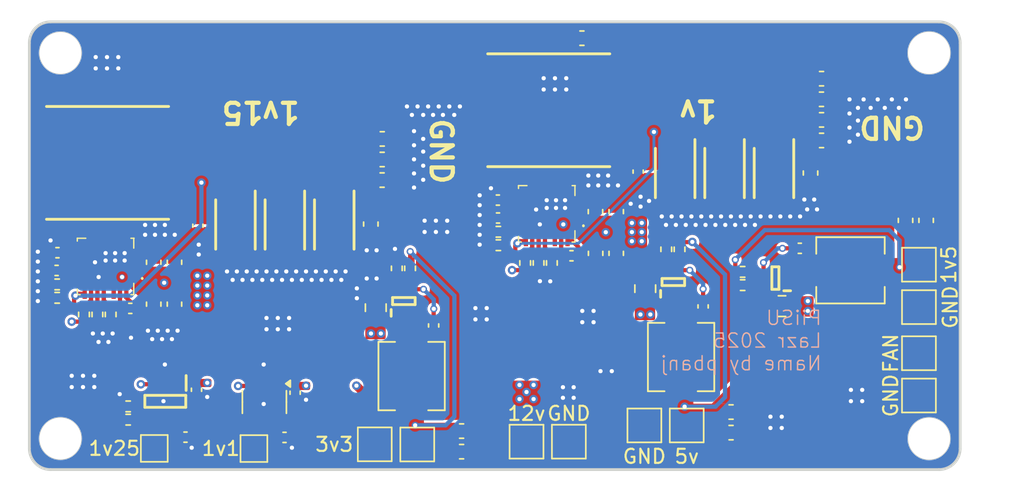
<source format=kicad_pcb>
(kicad_pcb (version 20241229) (generator "pcbnew") (generator_version "9.0")
  (layers (0 "F.Cu" signal) (4 "In1.Cu" signal) (6 "In2.Cu" signal) (2 "B.Cu" signal) (13 "F.Paste" user) (15 "B.Paste" user) (5 "F.SilkS" user "F.Silkscreen") (7 "B.SilkS" user "B.Silkscreen") (1 "F.Mask" user) (3 "B.Mask" user) (25 "Edge.Cuts" user))
  (net 0 "")
  (net 1 "Net-(U1-BST)")
  (net 2 "Net-(U1-SW)")
  (net 3 "GND")
  (net 4 "VIN")
  (net 5 "+5V")
  (net 6 "Net-(IC1-PHASE)")
  (net 7 "Net-(IC1-BOOT)")
  (net 8 "Net-(U2-BST)")
  (net 9 "Net-(U2-SW)")
  (net 10 "+3V3")
  (net 11 "Net-(IC2-PHASE)")
  (net 12 "Net-(IC2-BOOT)")
  (net 13 "Net-(U3-BST)")
  (net 14 "Net-(U3-SW)")
  (net 16 "1v SW")
  (net 18 "Net-(IC1-MODE1)")
  (net 20 "Net-(IC1-EN)")
  (net 21 "Net-(IC1-MODE2)")
  (net 22 "Net-(IC1-FB)")
  (net 23 "1v15 SW")
  (net 24 "Net-(IC2-MODE1)")
  (net 26 "Net-(IC2-EN)")
  (net 27 "Net-(IC2-FB)")
  (net 28 "Net-(IC2-MODE2)")
  (net 31 "Net-(IC3-NC{slash}ADJ)")
  (net 33 "Net-(U1-FB)")
  (net 34 "Net-(U2-FB)")
  (net 35 "Net-(U3-FB)")
  (net 39 "+1V0")
  (net 40 "+1V15")
  (net 41 "+1V5")
  (net 42 "+1V25")
  (net 43 "+1V1")
  (net 46 "Net-(IC1-VDD)")
  (net 47 "Net-(IC1-VDRV)")
  (net 48 "Net-(IC2-VDD)")
  (net 49 "Net-(IC2-VDRV)")
  (footprint "Capacitor_SMD:C_0603_1608Metric" (layer "F.Cu") (at 112.28 93.05 90)
    (property "Reference" "C37" (hide yes))
    (property "Value" "22uF" (hide yes))
  )
  (footprint "Resistor_SMD:R_0402_1005Metric" (layer "F.Cu") (at 137.124888 93.097466 90)
    (property "Reference" "R3" (hide yes))
    (property "Value" "100k" (hide yes))
  )
  (footprint "TestPoint:TestPoint_Pad_2.0x2.0mm" (layer "F.Cu") (at 140.22 105.77)
    (property "Reference" "GND")
    (property "Value" "GND" (hide yes))
  )
  (footprint "Capacitor_SMD:C_0603_1608Metric" (layer "F.Cu") (at 110.81 96.02 -90)
    (property "Reference" "C35" (hide yes))
    (property "Value" "22uF" (hide yes))
  )
  (footprint "Resistor_SMD:R_0402_1005Metric" (layer "F.Cu") (at 107.76 96.75 -90)
    (property "Reference" "R13" (hide yes))
    (property "Value" "510k" (hide yes))
  )
  (footprint "wiiu-reg:AP62301Z6-7" (layer "F.Cu") (at 147.62 94.45 90)
    (property "Reference" "U1" (hide yes))
    (property "Value" "AP62301Z6-7" (hide yes))
  )
  (footprint "Capacitor_SMD:C_0603_1608Metric" (layer "F.Cu") (at 158.115 81.49)
    (property "Reference" "C10" (hide yes))
    (property "Value" "22uF" (hide yes))
  )
  (footprint "wiiu-reg:INDM4847X300N" (layer "F.Cu") (at 160.17 93.62)
    (property "Reference" "L5" (hide yes))
    (property "Value" "3.3uH" (hide yes))
  )
  (footprint "wiiu-reg:INDM4847X300N" (layer "F.Cu") (at 129.08 101.12 -90)
    (property "Reference" "L3" (hide yes))
    (property "Value" "3.3uH" (hide yes))
  )
  (footprint "Capacitor_SMD:C_0603_1608Metric" (layer "F.Cu") (at 126.19 90.34 -90)
    (property "Reference" "C30" (hide yes))
    (property "Value" "22uF" (hide yes))
  )
  (footprint "Capacitor_SMD:C_0603_1608Metric" (layer "F.Cu") (at 141.144888 77.157466 180)
    (property "Reference" "C8" (hide yes))
    (property "Value" "22uF" (hide yes))
  )
  (footprint "Capacitor_SMD:C_0402_1005Metric" (layer "F.Cu") (at 113.06 105.45)
    (property "Reference" "C46" (hide yes))
    (property "Value" "1uF" (hide yes))
  )
  (footprint "Capacitor_SMD:C_0402_1005Metric" (layer "F.Cu") (at 156.58 92.06)
    (property "Reference" "C41" (hide yes))
    (property "Value" "100nF" (hide yes))
  )
  (footprint "Resistor_SMD:R_0402_1005Metric" (layer "F.Cu") (at 103.97 94.62 180)
    (property "Reference" "R12" (hide yes))
    (property "Value" "12k" (hide yes))
  )
  (footprint "Capacitor_SMD:C_0603_1608Metric" (layer "F.Cu") (at 158.12 82.95)
    (property "Reference" "C11" (hide yes))
    (property "Value" "22uF" (hide yes))
  )
  (footprint "wiiu-reg:AP62301Z6-7" (layer "F.Cu") (at 128.53 95.8 90)
    (property "Reference" "U2" (hide yes))
    (property "Value" "AP62301Z6-7" (hide yes))
  )
  (footprint "TestPoint:TestPoint_Pad_2.0x2.0mm" (layer "F.Cu") (at 129.48 105.97)
    (property "Reference" "3v3")
    (property "Value" "3v3" (hide yes))
  )
  (footprint "wiiu-reg:AP62301Z6-7" (layer "F.Cu") (at 154.85 94.17 180)
    (property "Reference" "U3" (hide yes))
    (property "Value" "AP62301Z6-7" (hide yes))
  )
  (footprint "Capacitor_SMD:C_0402_1005Metric" (layer "F.Cu") (at 109.15 96.32)
    (property "Reference" "C38" (hide yes))
    (property "Value" "0.1uF" (hide yes))
  )
  (footprint "TestPoint:TestPoint_Pad_2.0x2.0mm" (layer "F.Cu") (at 165.02 96.23 90)
    (property "Reference" "GND")
    (property "Value" "GND" (hide yes))
  )
  (footprint "Resistor_SMD:R_0402_1005Metric" (layer "F.Cu") (at 148.06 92.13 -90)
    (property "Reference" "R2" (hide yes))
    (property "Value" "52.3k" (hide yes))
  )
  (footprint "Resistor_SMD:R_0402_1005Metric" (layer "F.Cu") (at 139.014888 93.097466 -90)
    (property "Reference" "R6" (hide yes))
    (property "Value" "510k" (hide yes))
  )
  (footprint "Capacitor_SMD:C_0402_1005Metric" (layer "F.Cu") (at 113.84 102.09 -90)
    (property "Reference" "C45" (hide yes))
    (property "Value" "1uF" (hide yes))
  )
  (footprint "Resistor_SMD:R_0402_1005Metric" (layer "F.Cu") (at 128.97 93.48 -90)
    (property "Reference" "R8" (hide yes))
    (property "Value" "31.6k" (hide yes))
  )
  (footprint "Resistor_SMD:R_0402_1005Metric" (layer "F.Cu") (at 135.224888 91.837466)
    (property "Reference" "R1" (hide yes))
    (property "Value" "6.67k" (hide yes))
  )
  (footprint "Resistor_SMD:R_0402_1005Metric" (layer "F.Cu") (at 128.03 93.48 90)
    (property "Reference" "R10" (hide yes))
    (property "Value" "10k" (hide yes))
  )
  (footprint "Capacitor_SMD:C_0402_1005Metric" (layer "F.Cu") (at 135.19 88.64 180)
    (property "Reference" "C21" (hide yes))
    (property "Value" "2.2uF" (hide yes))
  )
  (footprint "TestPoint:TestPoint_Pad_2.0x2.0mm" (layer "F.Cu") (at 148.57 104.62 -90)
    (property "Reference" "5v")
    (property "Value" "5v" (hide yes))
  )
  (footprint "Capacitor_SMD:C_0402_1005Metric" (layer "F.Cu") (at 149.73 96.18 -90)
    (property "Reference" "C1" (hide yes))
    (property "Value" "100nF" (hide yes))
  )
  (footprint "Resistor_SMD:R_0402_1005Metric" (layer "F.Cu") (at 152.53 94.67 180)
    (property "Reference" "R16" (hide yes))
    (property "Value" "10k" (hide yes))
  )
  (footprint "Resistor_SMD:R_0402_1005Metric" (layer "F.Cu") (at 138.074888 93.097466 -90)
    (property "Reference" "R7" (hide yes))
    (property "Value" "510k" (hide yes))
  )
  (footprint "Capacitor_SMD:C_0402_1005Metric" (layer "F.Cu") (at 113.94 90.46 -90)
    (property "Reference" "C29" (hide yes))
    (property "Value" "0.1uF" (hide yes))
  )
  (footprint "wiiu-reg:MPXV1D0840L1R0" (layer "F.Cu") (at 138.794888 82.267466)
    (property "Reference" "L1" (hide yes))
    (property "Value" "MPXV1D0840L1R0" (hide yes))
  )
  (footprint "Resistor_SMD:R_0402_1005Metric" (layer "F.Cu") (at 152.53 93.73)
    (property "Reference" "R15" (hide yes))
    (property "Value" "8.66k" (hide yes))
  )
  (footprint "Capacitor_SMD:C_0603_1608Metric" (layer "F.Cu") (at 157.34 86.72 -90)
    (property "Reference" "C6" (hide yes))
    (property "Value" "22uF" (hide yes))
  )
  (footprint "Capacitor_SMD:C_0603_1608Metric" (layer "F.Cu") (at 151.71 105.13)
    (property "Reference" "C17" (hide yes))
    (property "Value" "22uF" (hide yes))
  )
  (footprint "Capacitor_SMD:C_0603_1608Metric" (layer "F.Cu") (at 126.995 85.76)
    (property "Reference" "C32" (hide yes))
    (property "Value" "22uF" (hide yes))
  )
  (footprint "Capacitor_SMD:C_0603_1608Metric" (layer "F.Cu") (at 126.99 87.22)
    (property "Reference" "C31" (hide yes))
    (property "Value" "22uF" (hide yes))
  )
  (footprint "wiiu-reg:NCP718ASNADJT1G" (layer "F.Cu") (at 111.63 102.91 -90)
    (property "Reference" "IC3" (hide yes))
    (property "Value" "NCP718ASNADJT1G" (hide yes))
  )
  (footprint "Capacitor_SMD:C_0805_2012Metric" (layer "F.Cu") (at 145.63 94.92 -90)
    (property "Reference" "C16" (hide yes))
    (property "Value" "10uF" (hide yes))
  )
  (footprint "Capacitor_SMD:C_0603_1608Metric" (layer "F.Cu") (at 143.574888 89.457466 90)
    (property "Reference" "C13" (hide yes))
    (property "Value" "22uF" (hide yes))
  )
  (footprint "wiiu-reg:F930J107KBA" (layer "F.Cu") (at 120.1 90.37 -90)
    (property "Reference" "C27" (hide yes))
    (property "Value" "F930J107KBA" (hide yes))
  )
  (footprint "wiiu-reg:F930J107KBA" (layer "F.Cu") (at 151.25 86.72 -90)
    (property "Reference" "C3" (hide yes))
    (property "Value" "F930J107KBA" (hide yes))
  )
  (footprint "Capacitor_SMD:C_0603_1608Metric" (layer "F.Cu") (at 143.574888 92.417466 -90)
    (property "Reference" "C15" (hide yes))
    (property "Value" "22uF" (hide yes))
  )
  (footprint "Capacitor_SMD:C_0402_1005Metric" (layer "F.Cu") (at 145.13 86.62 -90)
    (property "Reference" "C5" (hide yes))
    (property "Value" "0.1uF" (hide yes))
  )
  (footprint "wiiu-reg:INDM4847X300N" (layer "F.Cu") (at 148.17 99.77 -90)
    (property "Reference" "L2" (hide yes))
    (property "Value" "3.3uH" (hide yes))
  )
  (footprint "Capacitor_SMD:C_0603_1608Metric" (layer "F.Cu") (at 110.81 93.05 90)
    (property "Reference" "C36" (hide yes))
    (property "Value" "22uF" (hide yes))
  )
  (footprint "Capacitor_SMD:C_0805_2012Metric" (layer "F.Cu") (at 126.54 96.27 -90)
    (property "Reference" "C23" (hide yes))
    (property "Value" "10uF" (hide yes))
  )
  (footprint "Capacitor_SMD:C_0603_1608Metric" (layer "F.Cu") (at 164.07 90.08 90)
    (property "Reference" "C44" (hide yes))
    (property "Value" "22uF" (hide yes))
  )
  (footprint "Resistor_SMD:R_0402_1005Metric" (layer "F.Cu") (at 105.87 96.75 90)
    (property "Reference" "R11" (hide yes))
    (property "Value" "100k" (hide yes))
  )
  (footprint "Capacitor_SMD:C_0402_1005Metric" (layer "F.Cu") (at 120.8275 102.3 -90)
    (property "Reference" "C47" (hide yes))
    (property "Value" "1uF" (hide yes))
  )
  (footprint "TestPoint:TestPoint_Pad_2.0x2.0mm" (layer "F.Cu") (at 126.47 105.96)
    (property "Reference" "3v31" (hide yes))
    (property "Value" "3v3" (hide yes))
  )
  (footprint "TestPoint:TestPoint_Pad_2.0x2.0mm" (layer "F.Cu") (at 165.02 93.22 90)
    (property "Reference" "1v5")
    (property "Value" "1v5" (hide yes))
  )
  (footprint "wiiu-reg:F930J107KBA" (layer "F.Cu") (at 154.75 86.72 -90)
    (property "Reference" "C2" (hide yes))
    (property "Value" "F930J107KBA" (hide yes))
  )
  (footprint "Capacitor_SMD:C_0603_1608Metric" (layer "F.Cu") (at 142.114888 92.417466 -90)
    (property "Reference" "C12" (hide yes))
    (property "Value" "22uF" (hide yes))
  )
  (footprint "TestPoint:TestPoint_Pad_2.0x2.0mm" (layer "F.Cu") (at 145.57 104.62 180)
    (property "Reference" "GND")
    (property "Value" "GND" (hide yes))
  )
  (footprint "Resistor_SMD:R_0402_1005Metric" (layer "F.Cu") (at 106.82 96.75 -90)
    (property "Reference" "R14" (hide yes))
    (property "Value" "510k" (hide yes))
  )
  (footprint "Capacitor_SMD:C_0603_1608Metric" (layer "F.Cu") (at 132.62 106.48)
    (property "Reference" "C24" (hide yes))
    (property "Value" "22uF" (hide yes))
  )
  (footprint "Capacitor_SMD:C_0603_1608Metric" (layer "F.Cu") (at 158.12 84.41)
    (property "Reference" "C7" (hide yes))
    (property "Value" "22uF" (hide yes))
  )
  (footprint "TestPoint:TestPoint_Pad_2.0x2.0mm" (layer "F.Cu") (at 165.02 102.5 90)
    (property "Reference" "GND")
    (property "Value" "GND" (hide yes))
  )
  (footprint "Capacitor_SMD:C_0402_1005Metric" (layer "F.Cu") (at 103.99 92.37 180)
    (property "Reference" "C40" (hide yes))
    (property "Value" "2.2uF" (hide yes))
  )
  (footprint "Capacitor_SMD:C_0603_1608Metric" (layer "F.Cu") (at 142.104888 89.457466 90)
    (property "Reference" "C14" (hide yes))
    (property "Value" "22uF" (hide yes))
  )
  (footprint "Resistor_SMD:R_0402_1005Metric" (layer "F.Cu") (at 147.12 92.13 90)
    (property "Reference" "R5" (hide yes))
    (property "Value" "10k" (hide yes))
  )
  (footprint "Capacitor_SMD:C_0402_1005Metric" (layer "F.Cu") (at 103.93 93.63 180)
    (property "Reference" "C39" (hide yes))
    (property "Value" "1uF" (hide yes))
  )
  (footprint "Resistor_SMD:R_0402_1005Metric" (layer "F.Cu") (at 135.224888 90.887466 180)
    (property "Reference" "R4" (hide yes))
    (property "Value" "10k" (hide yes))
  )
  (footprint "wiiu-reg:F930J107KBA" (layer "F.Cu") (at 116.6 90.37 -90)
    (property "Reference" "C28" (hide yes))
    (property "Value" "F930J107KBA" (hide yes))
  )
  (footprint "wiiu-reg:F930J107KBA" (layer "F.Cu") (at 123.6 90.37 -90)
    (property "Reference" "C26" (hide yes))
    (property "Value" "F930J107KBA" (hide yes))
  )
  (footprint "TestPoint:TestPoint_Pad_1.5x1.5mm" (layer "F.Cu") (at 110.85 106.25)
    (property "Reference" "1v25")
    (property "Value" "1v25" (hide yes))
  )
  (footprint "Capacitor_SMD:C_0603_1608Metric" (layer "F.Cu") (at 151.71 103.67)
    (property "Reference" "C18" (hide yes))
    (property "Value" "22uF" (hide yes))
  )
  (footprint "TestPoint:TestPoint_Pad_1.5x1.5mm" (layer "F.Cu") (at 117.9075 106.26)
    (property "Reference" "1v1")
    (property "Value" "1v1" (hide yes))
  )
  (footprint "Capacitor_SMD:C_0402_1005Metric" (layer "F.Cu") (at 135.2 89.91 180)
    (property "Reference" "C20" (hide yes))
    (property "Value" "1uF" (hide yes))
  )
  (footprint "TestPoint:TestPoint_Pad_2.0x2.0mm" (layer "F.Cu") (at 137.22 105.77)
    (property "Reference" "12v")
    (property "Value" "VIN" (hide yes))
  )
  (footprint "Capacitor_SMD:C_0805_2012Metric" (layer "F.Cu") (at 155.32 96.16)
    (property "Reference" "C42" (hide yes))
    (property "Value" "10uF" (hide yes))
  )
  (footprint "Capacitor_SMD:C_0603_1608Metric" (layer "F.Cu") (at 158.12 80.03)
    (property "Reference" "C9" (hide yes))
    (property "Value" "22uF" (hide yes))
  )
  (footprint "Capacitor_SMD:C_0402_1005Metric" (layer "F.Cu") (at 120.0775 105.47)
    (property "Reference" "C48" (hide yes))
    (property "Value" "1uF" (hide yes))
  )
  (footprint "wiiu-reg:SIC431CEDT1GE3" (layer "F.Cu") (at 138.649888 89.613466 180)
    (property "Reference" "IC1" (hide yes))
    (property "Value" "SIC431CED-T1-GE3" (hide yes))
  )
  (footprint "Capacitor_SMD:C_0603_1608Metric" (layer "F.Cu") (at 127 84.3)
    (property "Reference" "C33" (hide yes))
    (property "Value" "22uF" (hide yes))
  )
  (footprint "TestPoint:TestPoint_Pad_2.0x2.0mm" (layer "F.Cu") (at 165.02 99.5 90)
    (property "Reference" "FAN")
    (property "Value" "5v" (hide yes))
  )
  (footprint "wiiu-reg:MPXV1D0840L1R0" (layer "F.Cu") (at 107.54 86)
    (property "Reference" "L4" (hide yes))
    (property "Value" "MPXV1D0840L1R0" (hide yes))
  )
  (footprint "Capacitor_SMD:C_0402_1005Metric" (layer "F.Cu") (at 130.64 97.53 -90)
    (property "Reference" "C22" (hide yes))
    (property "Value" "100nF" (hide yes))
  )
  (footprint "wiiu-reg:SIC431CEDT1GE3" (layer "F.Cu") (at 107.395 93.346 180)
    (property "Reference" "IC2" (hide yes))
    (property "Value" "SIC431CED-T1-GE3" (hide yes))
  )
  (footprint "Package_TO_SOT_SMD:SOT-23-5" (layer "F.Cu") (at 118.65 102.96 -90)
    (property "Reference" "IC4" (hide yes))
    (property "Value" "~" (hide yes))
  )
  (footprint "Capacitor_SMD:C_0603_1608Metric" (layer "F.Cu") (at 112.28 96.02 -90)
    (property "Reference" "C34" (hide yes))
    (property "Value" "22uF" (hide yes))
  )
  (footprint "Capacitor_SMD:C_0603_1608Metric" (layer "F.Cu") (at 132.62 105.02)
    (property "Reference" "C25" (hide yes))
    (property "Value" "22uF" (hide yes))
  )
  (footprint "Resistor_SMD:R_0402_1005Metric" (layer "F.Cu") (at 109 104.21 180)
    (property "Reference" "R18" (hide yes))
    (property "Value" "500" (hide yes))
  )
  (footprint "Capacitor_SMD:C_0402_1005Metric" (layer "F.Cu") (at 140.404888 92.587466)
    (property "Reference" "C19" (hide yes))
    (property "Value" "0.1uF" (hide yes))
  )
  (footprint "Resistor_SMD:R_0402_1005Metric" (layer "F.Cu") (at 103.97 95.57)
    (property "Reference" "R9" (hide yes))
    (property "Value" "11k" (hide yes))
  )
  (footprint "Capacitor_SMD:C_0603_1608Metric" (layer "F.Cu") (at 165.53 90.08 90)
    (property "Reference" "C43" (hide yes))
    (property "Value" "22uF" (hide yes))
  )
  (footprint "Resistor_SMD:R_0402_1005Metric" (layer "F.Cu") (at 109 103.27 180)
    (property "Reference" "R17" (hide yes))
    (property "Value" "10k" (hide yes))
  )
  (footprint "wiiu-reg:F930J107KBA" (layer "F.Cu") (at 147.75 86.72 -90)
    (property "Reference" "C4" (hide yes))
    (property "Value" "F930J107KBA" (hide yes))
  )
  (gr_circle (center 165.74 105.55667) (end 167.24 105.45667) (stroke (width 0.05)) (fill no) (layer "Edge.Cuts"))
  (gr_line (start 102 106.25) (end 102 77.5) (stroke (width 0.2)) (layer "Edge.Cuts"))
  (gr_circle (center 104.2 105.55) (end 105.7 105.55) (stroke (width 0.05)) (fill no) (layer "Edge.Cuts"))
  (gr_arc (start 166.44 76) (mid 167.50066 76.43934) (end 167.94 77.5) (stroke (width 0.2)) (layer "Edge.Cuts"))
  (gr_arc (start 103.5 107.75) (mid 102.43934 107.31066) (end 102 106.25) (stroke (width 0.2)) (layer "Edge.Cuts"))
  (gr_line (start 103.5 76) (end 166.44 76) (stroke (width 0.2)) (layer "Edge.Cuts"))
  (gr_line (start 167.94 77.5) (end 167.94 106.25) (stroke (width 0.2)) (layer "Edge.Cuts"))
  (gr_circle (center 165.74 78.199702) (end 167.25 78.229702) (stroke (width 0.05)) (fill no) (layer "Edge.Cuts"))
  (gr_line (start 166.44 107.75) (end 103.5 107.75) (stroke (width 0.2)) (layer "Edge.Cuts"))
  (gr_circle (center 104.2 78.204473) (end 105.7 78.204473) (stroke (width 0.05)) (fill no) (layer "Edge.Cuts"))
  (gr_arc (start 102 77.5) (mid 102.43934 76.43934) (end 103.5 76) (stroke (width 0.2)) (layer "Edge.Cuts"))
  (gr_arc (start 167.94 106.25) (mid 167.50066 107.31066) (end 166.44 107.75) (stroke (width 0.2)) (layer "Edge.Cuts"))
  (gr_text "GND" (at 165.6 82.6 180) (layer "F.SilkS") (effects (font (size 1.5 1.5) (thickness 0.3) (bold yes)) (justify left bottom)))
  (gr_text "GND" (at 130.3 82.7 270) (layer "F.SilkS") (effects (font (size 1.5 1.5) (thickness 0.3) (bold yes)) (justify left bottom)))
  (gr_text "1v" (at 150.85 81.44 180) (layer "F.SilkS") (effects (font (size 1.5 1.5) (thickness 0.3)) (justify left bottom)))
  (gr_text "1v15" (at 121.3 81.54 180) (layer "F.SilkS") (effects (font (size 1.5 1.5) (thickness 0.3) (bold yes)) (justify left bottom)))
  (gr_text "PiiSU\nLazr 2025\nName by pbanj" (at 158.2 100.8 0) (layer "B.SilkS") (effects (font (size 1 1) (thickness 0.1)) (justify left bottom mirror)))
  (segment (start 149.73 95.7) (end 149.73 94.99) (width 0.3) (layer "F.Cu") (net 1))
  (segment (start 148.79 93.62) (end 148.782 93.612) (width 0.2) (layer "F.Cu") (net 1))
  (segment (start 148.782 93.612) (end 148.12 93.612) (width 0.3) (layer "F.Cu") (net 1))
  (via (at 149.73 94.94) (size 0.5) (drill 0.3) (layers "F.Cu" "B.Cu") (net 1))
  (via (at 148.782 93.612) (size 0.5) (drill 0.3) (layers "F.Cu" "B.Cu") (net 1))
  (segment (start 149.73 94.56) (end 149.73 94.94) (width 0.3) (layer "B.Cu") (net 1))
  (segment (start 149.73 94.94) (end 149.73 94.99) (width 0.3) (layer "B.Cu") (net 1))
  (segment (start 148.79 93.62) (end 149.73 94.56) (width 0.3) (layer "B.Cu") (net 1))
  (segment (start 149.23 96.66) (end 148.17 97.72) (width 0.3) (layer "F.Cu") (net 2))
  (segment (start 149.73 96.66) (end 149.23 96.66) (width 0.3) (layer "F.Cu") (net 2))
  (segment (start 138.087888 90.438466) (end 138.162888 90.363466) (width 0.2) (layer "F.Cu") (net 3))
  (segment (start 106.833 94.171) (end 106.908 94.096) (width 0.2) (layer "F.Cu") (net 3))
  (segment (start 136.712888 90.438466) (end 138.087888 90.438466) (width 0.3) (layer "F.Cu") (net 3))
  (via (at 133.9 91.8) (size 0.6) (drill 0.3) (layers "F.Cu" "B.Cu") (net 3))
  (via (at 141.97 97.3) (size 0.6) (drill 0.3) (layers "F.Cu" "B.Cu") (net 3))
  (via (at 112.3 91.1) (size 0.6) (drill 0.3) (layers "F.Cu" "B.Cu") (net 3))
  (via (at 121.3 94.3) (size 0.6) (drill 0.3) (layers "F.Cu" "B.Cu") (net 3))
  (via (at 129.25 86.75) (size 0.6) (drill 0.3) (layers "F.Cu" "B.Cu") (net 3))
  (via (at 143 87.6) (size 0.6) (drill 0.3) (layers "F.Cu" "B.Cu") (net 3))
  (via (at 125.9 92.2) (size 0.6) (drill 0.3) (layers "F.Cu" "B.Cu") (net 3))
  (via (at 160.7 84) (size 0.6) (drill 0.3) (layers "F.Cu" "B.Cu") (net 3))
  (via (at 164.1 81.5) (size 0.6) (drill 0.3) (layers "F.Cu" "B.Cu") (net 3))
  (via (at 110.2 91.1) (size 0.6) (drill 0.3) (layers "F.Cu" "B.Cu") (net 3))
  (via (at 160.2 102.9) (size 0.6) (drill 0.3) (layers "F.Cu" "B.Cu") (net 3))
  (via (at 106.9 98.7) (size 0.6) (drill 0.3) (layers "F.Cu" "B.Cu") (net 3))
  (via (at 133.9 90.4) (size 0.6) (drill 0.3) (layers "F.Cu" "B.Cu") (net 3))
  (via (at 108.075 92.4) (size 0.4) (drill 0.3) (layers "F.Cu" "B.Cu") (net 3))
  (via (at 141.6 86.9) (size 0.6) (drill 0.3) (layers "F.Cu" "B.Cu") (net 3))
  (via (at 138.434888 80.797466) (size 0.6) (drill 0.3) (layers "F.Cu" "B.Cu") (net 3))
  (via (at 139.95 89.197466) (size 0.4) (drill 0.3) (layers "F.Cu" "B.Cu") (net 3))
  (via (at 133.9 89.7) (size 0.6) (drill 0.3) (layers "F.Cu" "B.Cu") (net 3))
  (via (at 107.6 98.7) (size 0.6) (drill 0.3) (layers "F.Cu" "B.Cu") (net 3))
  (via (at 139.234888 80.797466) (size 0.6) (drill 0.3) (layers "F.Cu" "B.Cu") (net 3))
  (via (at 105.8 101.1) (size 0.6) (drill 0.3) (layers "F.Cu" "B.Cu") (net 3))
  (via (at 106.7 78.5) (size 0.6) (drill 0.3) (layers "F.Cu" "B.Cu") (net 3))
  (via (at 106.65 93.05) (size 0.4) (drill 0.3) (layers "F.Cu" "B.Cu") (net 3))
  (via (at 111.8 97.9) (size 0.6) (drill 0.3) (layers "F.Cu" "B.Cu") (net 3))
  (via (at 152 90.4) (size 0.6) (drill 0.3) (layers "F.Cu" "B.Cu") (net 3))
  (via (at 130.6 82.6) (size 0.6) (drill 0.3) (layers "F.Cu" "B.Cu") (net 3))
  (via (at 152.7 90.4) (size 0.6) (drill 0.3) (layers "F.Cu" "B.Cu") (net 3))
  (via (at 147.8 90.4) (size 0.6) (drill 0.3) (layers "F.Cu" "B.Cu") (net 3))
  (via (at 127.9 92.1) (size 0.6) (drill 0.3) (layers "F.Cu" "B.Cu") (net 3))
  (via (at 107.4 92.925) (size 0.4) (drill 0.3) (layers "F.Cu" "B.Cu") (net 3))
  (via (at 133.9 89) (size 0.6) (drill 0.3) (layers "F.Cu" "B.Cu") (net 3))
  (via (at 129.5 82) (size 0.6) (drill 0.3) (layers "F.Cu" "B.Cu") (net 3))
  (via (at 113.5 106.2) (size 0.6) (drill 0.3) (layers "F.Cu" "B.Cu") (net 3))
  (via (at 139.309888 89.197466) (size 0.4) (drill 0.3) (layers "F.Cu" "B.Cu") (net 3))
  (via (at 130.8 90.1) (size 0.6) (drill 0.3) (layers "F.Cu" "B.Cu") (net 3))
  (via (at 105.8 101.9) (size 0.6) (drill 0.3) (layers "F.Cu" "B.Cu") (net 3))
  (via (at 108.3 78.5) (size 0.6) (drill 0.3) (layers "F.Cu" "B.Cu") (net 3))
  (via (at 118.5 94.3) (size 0.6) (drill 0.3) (layers "F.Cu" "B.Cu") (net 3))
  (via (at 118.8 93.7) (size 0.6) (drill 0.3) (layers "F.Cu" "B.Cu") (net 3))
  (via (at 133.9 91.1) (size 0.6) (drill 0.3) (layers "F.Cu" "B.Cu") (net 3))
  (via (at 125.9 94.2) (size 0.6) (drill 0.3) (layers "F.Cu" "B.Cu") (net 3))
  (via (at 160.1 84.5) (size 0.6) (drill 0.3) (layers "F.Cu" "B.Cu") (net 3))
  (via (at 138.65 89.197466) (size 0.4) (drill 0.3) (layers "F.Cu" "B.Cu") (net 3))
  (via (at 105 101.1) (size 0.6) (drill 0.3) (layers "F.Cu" "B.Cu") (net 3))
  (via (at 102.6 93) (size 0.6) (drill 0.3) (layers "F.Cu" "B.Cu") (net 3))
  (via (at 131 82) (size 0.6) (drill 0.3) (layers "F.Cu" "B.Cu") (net 3))
  (via (at 126.6 92.2) (size 0.6) (drill 0.3) (layers "F.Cu" "B.Cu") (net 3))
  (via (at 111.5 102.9) (size 0.6) (drill 0.3) (layers "F.Cu" "B.Cu") (net 3))
  (via (at 117.4 93.7) (size 0.6) (drill 0.3) (layers "F.Cu" "B.Cu") (net 3))
  (via (at 137.899888 89.310466) (size 0.4) (drill 0.3) (layers "F.Cu" "B.Cu") (net 3))
  (via (at 139.309888 88.65) (size 0.4) (drill 0.3) (layers "F.Cu" "B.Cu") (net 3))
  (via (at 116.7 93.7) (size 0.6) (drill 0.3) (layers "F.Cu" "B.Cu") (net 3))
  (via (at 105 101.9) (size 0.6) (drill 0.3) (layers "F.Cu" "B.Cu") (net 3))
  (via (at 108.75 92.4) (size 0.4) (drill 0.3) (layers "F.Cu" "B.Cu") (net 3))
  (via (at 129.9 84.3) (size 0.6) (drill 0.3) (layers "F.Cu" "B.Cu") (net 3))
  (via (at 108.3 79.3) (size 0.6) (drill 0.3) (layers "F.Cu" "B.Cu") (net 3))
  (via (at 139.234888 79.997466) (size 0.6) (drill 0.3) (layers "F.Cu" "B.Cu") (net 3))
  (via (at 122.7 94.3) (size 0.6) (drill 0.3) (layers "F.Cu" "B.Cu") (net 3))
  (via (at 145.3 89.1) (size 0.6) (drill 0.3) (layers "F.Cu" "B.Cu") (net 3))
  (via (at 160.7 82.1) (size 0.6) (drill 0.3) (layers "F.Cu" "B.Cu") (net 3))
  (via (at 106.908 94.096) (size 0.4) (drill 0.3) (layers "F.Cu" "B.Cu") (net 3))
  (via (at 110.2 90.4) (size 0.6) (drill 0.3) (layers "F.Cu" "B.Cu") (net 3))
  (via (at 150.6 90.4) (size 0.6) (drill 0.3) (layers "F.Cu" "B.Cu") (net 3))
  (via (at 108.4 102.4) (size 0.6) (drill 0.3) (layers "F.Cu" "B.Cu") (net 3))
  (via (at 102.6 93.7) (size 0.6) (drill 0.3) (layers "F.Cu" "B.Cu") (net 3))
  (via (at 160.1 81.5) (size 0.6) (drill 0.3) (layers "F.Cu" "B.Cu") (net 3))
  (via (at 118.6 100.3) (size 0.6) (drill 0.3) (layers "F.Cu" "B.Cu") (net 3))
  (via (at 109.2 98.4) (size 0.6) (drill 0.3) (layers "F.Cu" "B.Cu") (net 3))
  (via (at 145.9 88.7) (size 0.6) (drill 0.3) (layers "F.Cu" "B.Cu") (net 3))
  (via (at 155.2 89.8) (size 0.6) (drill 0.3) (layers "F.Cu" "B.Cu") (net 3))
  (via (at 102.6 92.3) (size 0.6) (drill 0.3) (layers "F.Cu" "B.Cu") (net 3))
  (via (at 130 90.1) (size 0.6) (drill 0.3) (layers "F.Cu" "B.Cu") (net 3))
  (via (at 131.6 90.9) (size 0.6) (drill 0.3) (layers "F.Cu" "B.Cu") (net 3))
  (via (at 116 93.7) (size 0.6) (drill 0.3) (layers "F.Cu" "B.Cu") (net 3))
  (via (at 129.25 85.75) (size 0.6) (drill 0.3) (layers "F.Cu" "B.Cu") (net 3))
  (via (at 114.6 102.6) (size 0.6) (drill 0.3) (layers "F.Cu" "B.Cu") (net 3))
  (via (at 133.6 97.1) (size 0.6) (drill 0.3) (layers "F.Cu" "B.Cu") (net 3))
  (via (at 120.9 93.7) (size 0.6) (drill 0.3) (layers "F.Cu" "B.Cu") (net 3))
  (via (at 153.4 90.4) (size 0.6) (drill 0.3) (layers "F.Cu" "B.Cu") (net 3))
  (via (at 162.6 82.1) (size 0.6) (drill 0.3) (layers "F.Cu" "B.Cu") (net 3))
  (via (at 157.6 88.6) (size 0.6) (drill 0.3) (layers "F.Cu" "B.Cu") (net 3))
  (via (at 130 90.9) (size 0.6) (drill 0.3) (layers "F.Cu" "B.Cu") (net 3))
  (via (at 155.9 89.8) (size 0.6) (drill 0.3) (layers "F.Cu" "B.Cu") (net 3))
  (via (at 160.1 83.5) (size 0.6) (drill 0.3) (layers "F.Cu" "B.Cu") (net 3))
  (via (at 119.6 97.8) (size 0.6) (drill 0.3) (layers "F.Cu" "B.Cu") (net 3))
  (via (at 102.6 94.4) (size 0.6) (drill 0.3) (layers "F.Cu" "B.Cu") (net 3))
  (via (at 124.1 94.3) (size 0.6) (drill 0.3) (layers "F.Cu" "B.Cu") (net 3))
  (via (at 120.2 93.7) (size 0.6) (drill 0.3) (layers "F.Cu" "B.Cu") (net 3))
  (via (at 139.8 102.66) (size 0.6) (drill 0.3) (layers "F.Cu" "B.Cu") (net 3))
  (via (at 163.6 82.1) (size 0.6) (drill 0.3) (layers "F.Cu" "B.Cu") (net 3))
  (via (at 155.3 104.8) (size 0.6) (drill 0.3) (layers "F.Cu" "B.Cu") (net 3))
  (via (at 110.7 98.5) (size 0.6) (drill 0.3) (layers "F.Cu" "B.Cu") (net 3))
  (via (at 125.2 95.6) (size 0.6) (drill 0.3) (layers "F.Cu" "B.Cu") (net 3))
  (via (at 149.6 89.8) (size 0.6) (drill 0.3) (layers "F.Cu" "B.Cu") (net 3))
  (via (at 119.9 94.3) (size 0.6) (drill 0.3) (layers "F.Cu" "B.Cu") (net 3))
  (via (at 145.3 88.4) (size 0.6) (drill 0.3) (layers "F.Cu" "B.Cu") (net 3))
  (via (at 138.17 94.39) (size 0.6) (drill 0.3) (layers "F.Cu" "B.Cu") (net 3))
  (via (at 141.17 96.5) (size 0.6) (drill 0.3) (layers "F.Cu" "B.Cu") (net 3))
  (via (at 157.1 89.3) (size 0.6) (drill 0.3) (layers "F.Cu" "B.Cu") (net 3))
  (via (at 108.75 92.925) (size 0.4) (drill 0.3) (layers "F.Cu" "B.Cu") (net 3))
  (via (at 110.9 91.1) (size 0.6) (drill 0.3) (layers "F.Cu" "B.Cu") (net 3))
  (via (at 118.6 103.1) (size 0.6) (drill 0.3) (layers "F.Cu" "B.Cu") (net 3))
  (via (at 154.5 104.8) (size 0.6) (drill 0.3) (layers "F.Cu" "B.Cu") (net 3))
  (via (at 120.4 97) (size 0.6) (drill 0.3) (layers "F.Cu" "B.Cu") (net 3))
  (via (at 149.2 90.4) (size 0.6) (drill 0.3) (layers "F.Cu" "B.Cu") (net 3))
  (via (at 147.1 90.4) (size 0.6) (drill 0.3) (layers "F.Cu" "B.Cu") (net 3))
  (via (at 132.5 82) (size 0.6) (drill 0.3) (layers "F.Cu" "B.Cu") (net 3))
  (via (at 112.5 97.9) (size 0.6) (drill 0.3) (layers "F.Cu" "B.Cu") (net 3))
  (via (at 108.075 92.925) (size 0.4) (drill 0.3) (layers "F.Cu" "B.Cu") (net 3))
  (via (at 142.3 86.9) (size 0.6) (drill 0.3) (layers "F.Cu" "B.Cu") (net 3))
  (via (at 114 92.5) (size 0.6) (drill 0.3) (layers "F.Cu" "B.Cu") (net 3))
  (via (at 150.3 89.8) (size 0.6) (drill 0.3) (layers "F.Cu" "B.Cu") (net 3))
  (via (at 117.8 94.3) (size 0.6) (drill 0.3) (layers "F.Cu" "B.Cu") (net 3))
  (via (at 151.3 90.4) (size 0.6) (drill 0.3) (layers "F.Cu" "B.Cu") (net 3))
  (via (at 122.3 93.7) (size 0.6) (drill 0.3) (layers "F.Cu" "B.Cu") (net 3))
  (via (at 138.434888 79.997466) (size 0.6) (drill 0.3) (layers "F.Cu" "B.Cu") (net 3))
  (via (at 121.6 93.7) (size 0.6) (drill 0.3) (layers "F.Cu" "B.Cu") (net 3))
  (via (at 102.6 95.1) (size 0.6) (drill 0.3) (layers "F.Cu" "B.Cu") (net 3))
  (via (at 138.9 94.4) (size 0.6) (drill 0.3) (layers "F.Cu" "B.Cu") (net 3))
  (via (at 106.5 98.1) (size 0.6) (drill 0.3) (layers "F.Cu" "B.Cu") (net 3))
  (via (at 129.9 86.2) (size 0.6) (drill 0.3) (layers "F.Cu" "B.Cu") (net 3))
  (via (at 123 93.7) (size 0.6) (drill 0.3) (layers "F.Cu" "B.Cu") (net 3))
  (via (at 138.65 88.65) (size 0.4) (drill 0.3) (layers "F.Cu" "B.Cu") (net 3))
  (via (at 117.1 94.3) (size 0.6) (drill 0.3) (layers "F.Cu" "B.Cu") (net 3))
  (via (at 161 102.9) (size 0.6) (drill 0.3) (layers "F.Cu" "B.Cu") (net 3))
  (via (at 140.56 102.66) (size 0.6) (drill 0.3) (layers "F.Cu" "B.Cu") (net 3))
  (via (at 107.5 78.5) (size 0.6) (drill 0.3) (layers "F.Cu" "B.Cu") (net 3))
  (via (at 151 89.8) (size 0.6) (drill 0.3) (layers "F.Cu" "B.Cu") (net 3))
  (via (at 143 86.9) (size 0.6) (drill 0.3) (layers "F.Cu" "B.Cu") (net 3))
  (via (at 129.9 87.2) (size 0.6) (drill 0.3) (layers "F.Cu" "B.Cu") (net 3))
  (via (at 129.9 85.2) (size 0.6) (drill 0.3) (layers "F.Cu" "B.Cu") (net 3))
  (via (at 112.1 98.5) (size 0.6) (drill 0.3) (layers "F.Cu" "B.Cu") (net 3))
  (via (at 143.26 100.77) (size 0.6) (drill 0.3) (layers "F.Cu" "B.Cu") (net 3))
  (via (at 118.1 93.7) (size 0.6) (drill 0.3) (layers "F.Cu" "B.Cu") (net 3))
  (via (at 118.8 97) (size 0.6) (drill 0.3) (layers "F.Cu" "B.Cu") (net 3))
  (via (at 141.6 87.6) (size 0.6) (drill 0.3) (layers "F.Cu" "B.Cu") (net 3))
  (via (at 120.4 97.8) (size 0.6) (drill 0.3) (layers "F.Cu" "B.Cu") (net 3))
  (via (at 133.6 96.3) (size 0.6) (drill 0.3) (layers "F.Cu" "B.Cu") (net 3))
  (via (at 153.8 89.8) (size 0.6) (drill 0.3) (layers "F.Cu" "B.Cu") (net 3))
  (via (at 156.6 89.8) (size 0.6) (drill 0.3) (layers "F.Cu" "B.Cu") (net 3))
  (via (at 132.1 82.6) (size 0.6) (drill 0.3) (layers "F.Cu" "B.Cu") (net 3))
  (via (at 162.1 81.5) (size 0.6) (drill 0.3) (layers "F.Cu" "B.Cu") (net 3))
  (via (at 126.6 94.2) (size 0.6) (drill 0.3) (layers "F.Cu" "B.Cu") (net 3))
  (via (at 146.8 89.8) (size 0.6) (drill 0.3) (layers "F.Cu" "B.Cu") (net 3))
  (via (at 140.56 101.91) (size 0.6) (drill 0.3) (layers "F.Cu" "B.Cu") (net 3))
  (via (at 141.17 97.3) (size 0.6) (drill 0.3) (layers "F.Cu" "B.Cu") (net 3))
  (via (at 107.4 92.4) (size 0.4) (drill 0.3) (layers "F.Cu" "B.Cu") (net 3))
  (via (at 148.5 90.4) (size 0.6) (drill 0.3) (layers "F.Cu" "B.Cu") (net 3))
  (via (at 128.75 82) (size 0.6) (drill 0.3) (layers "F.Cu" "B.Cu") (net 3))
  (via (at 123.4 94.3) (size 0.6) (drill 0.3) (layers "F.Cu" "B.Cu") (net 3))
  (via (at 120.6 94.3) (size 0.6) (drill 0.3) (layers "F.Cu" "B.Cu") (net 3))
  (via (at 149.9 90.4) (size 0.6) (drill 0.3) (layers "F.Cu" "B.Cu") (net 3))
  (via (at 141.97 96.5) (size 0.6) (drill 0.3) (layers "F.Cu" "B.Cu") (net 3))
  (via (at 144.6 88.9) (size 0.6) (drill 0.3) (layers "F.Cu" "B.Cu") (net 3))
  (via (at 161.1 81.5) (size 0.6) (drill 0.3) (layers "F.Cu" "B.Cu") (net 3))
  (via (at 154.5 104) (size 0.6) (drill 0.3) (layers "F.Cu" "B.Cu") (net 3))
  (via (at 142.3 87.6) (size 0.6) (drill 0.3) (layers "F.Cu" "B.Cu") (net 3))
  (via (at 163.1 81.5) (size 0.6) (drill 0.3) (layers "F.Cu" "B.Cu") (net 3))
  (via (at 102.6 95.8) (size 0.6) (drill 0.3) (layers "F.Cu" "B.Cu") (net 3))
  (via (at 111.4 98.5) (size 0.6) (drill 0.3) (layers "F.Cu" "B.Cu") (net 3))
  (via (at 111.6 100.3) (size 0.6) (drill 0.3) (layers "F.Cu" "B.Cu") (net 3))
  (via (at 138.162888 90.363466) (size 0.4) (drill 0.3) (layers "F.Cu" "B.Cu") (net 3))
  (via (at 142.46 100.77) (size 0.6) (drill 0.3) (layers "F.Cu" "B.Cu") (net 3))
  (via (at 129.9 82.6) (size 0.6) (drill 0.3) (layers "F.Cu" "B.Cu") (net 3))
  (via (at 148.9 89.8) (size 0.6) (drill 0.3) (layers "F.Cu" "B.Cu") (net 3))
  (via (at 154.5 89.8) (size 0.6) (drill 0.3) (layers "F.Cu" "B.Cu") (net 3))
  (via (at 119.2 94.3) (size 0.6) (drill 0.3) (layers "F.Cu" "B.Cu") (net 3))
  (via (at 139.8 101.91) (size 0.6) (drill 0.3) (layers "F.Cu" "B.Cu") (net 3))
  (via (at 155.3 104) (size 0.6) (drill 0.3) (layers "F.Cu" "B.Cu") (net 3))
  (via (at 111.6 91.1) (size 0.6) (drill 0.3) (layers "F.Cu" "B.Cu") (net 3))
  (via (at 161.6 82.1) (size 0.6) (drill 0.3) (layers "F.Cu" "B.Cu") (net 3))
  (via (at 160.7 83) (size 0.6) (drill 0.3) (layers "F.Cu" "B.Cu") (net 3))
  (via (at 118.8 97.8) (size 0.6) (drill 0.3) (layers "F.Cu" "B.Cu") (net 3))
  (via (at 116.4 94.3) (size 0.6) (drill 0.3) (layers "F.Cu" "B.Cu") (net 3))
  (via (at 157.8 89.3) (size 0.6) (drill 0.3) (layers "F.Cu" "B.Cu") (net 3))
  (via (at 129.1 82.6) (size 0.6) (drill 0.3) (layers "F.Cu" "B.Cu") (net 3))
  (via (at 140.034888 80.797466) (size 0.6) (drill 0.3) (layers "F.Cu" "B.Cu") (net 3))
  (via (at 156.9 88.6) (size 0.6) (drill 0.3) (layers "F.Cu" "B.Cu") (net 3))
  (via (at 129.25 83.75) (size 0.6) (drill 0.3) (layers "F.Cu" "B.Cu") (net 3))
  (via (at 106.6 101.9) (size 0.6) (drill 0.3) (layers "F.Cu" "B.Cu") (net 3))
  (via (at 161 102.1) (size 0.6) (drill 0.3) (layers "F.Cu" "B.Cu") (net 3))
  (via (at 148.2 89.8) (size 0.6) (drill 0.3) (layers "F.Cu" "B.Cu") (net 3))
  (via (at 120.6 106.2) (size 0.6) (drill 0.3) (layers "F.Cu" "B.Cu") (net 3))
  (via (at 106.6 101.1) (size 0.6) (drill 0.3) (layers "F.Cu" "B.Cu") (net 3))
  (via (at 129.25 87.75) (size 0.6) (drill 0.3) (layers "F.Cu" "B.Cu") (net 3))
  (via (at 151.7 89.8) (size 0.6) (drill 0.3) (layers "F.Cu" "B.Cu") (net 3))
  (via (at 131.6 90.1) (size 0.6) (drill 0.3) (layers "F.Cu" "B.Cu") (net 3))
  (via (at 119.6 97) (size 0.6) (drill 0.3) (layers "F.Cu" "B.Cu") (net 3))
  (via (at 124.4 93.7) (size 0.6) (drill 0.3) (layers "F.Cu" "B.Cu") (net 3))
  (via (at 107.9 98.1) (size 0.6) (drill 0.3) (layers "F.Cu" "B.Cu") (net 3))
  (via (at 153.1 89.8) (size 0.6) (drill 0.3) (layers "F.Cu" "B.Cu") (net 3))
  (via (at 110.9 90.4) (size 0.6) (drill 0.3) (layers "F.Cu" "B.Cu") (net 3))
  (via (at 110.4 97.9) (size 0.6) (drill 0.3) (layers "F.Cu" "B.Cu") (net 3))
  (via (at 134.4 97.1) (size 0.6) (drill 0.3) (layers "F.Cu" "B.Cu") (net 3))
  (via (at 111.1 97.9) (size 0.6) (drill 0.3) (layers "F.Cu" "B.Cu") (net 3))
  (via (at 125.2 94.9) (size 0.6) (drill 0.3) (layers "F.Cu" "B.Cu") (net 3))
  (via (at 121.6 102.8) (size 0.6) (drill 0.3) (layers "F.Cu" "B.Cu") (net 3))
  (via (at 160.2 102.1) (size 0.6) (drill 0.3) (layers "F.Cu" "B.Cu") (net 3))
  (via (at 152.4 89.8) (size 0.6) (drill 0.3) (layers "F.Cu" "B.Cu") (net 3))
  (via (at 103.5 91.5) (size 0.6) (drill 0.3) (layers "F.Cu" "B.Cu") (net 3))
  (via (at 133.9 88.3) (size 0.6) (drill 0.3) (layers "F.Cu" "B.Cu") (net 3))
  (via (at 130.25 82) (size 0.6) (drill 0.3) (layers "F.Cu" "B.Cu") (net 3))
  (via (at 131.3 82.6) (size 0.6) (drill 0.3) (layers "F.Cu" "B.Cu") (net 3))
  (via (at 134.4 96.3) (size 0.6) (drill 0.3) (layers "F.Cu" "B.Cu") (net 3))
  (via (at 111.6 90.4) (size 0.6) (drill 0.3) (layers "F.Cu" "B.Cu") (net 3))
  (via (at 134.7 87.8) (size 0.6) (drill 0.3) (layers "F.Cu" "B.Cu") (net 3))
  (via (at 107.5 79.3) (size 0.6) (drill 0.3) (layers "F.Cu" "B.Cu") (net 3))
  (via (at 107.2 98.1) (size 0.6) (drill 0.3) (layers "F.Cu" "B.Cu") (net 3))
  (via (at 130.8 90.9) (size 0.6) (drill 0.3) (layers "F.Cu" "B.Cu") (net 3))
  (via (at 143.7 87.6) (size 0.6) (drill 0.3) (layers "F.Cu" "B.Cu") (net 3))
  (via (at 114 91.8) (size 0.6) (drill 0.3) (layers "F.Cu" "B.Cu") (net 3))
  (via (at 123.7 93.7) (size 0.6) (drill 0.3) (layers "F.Cu" "B.Cu") (net 3))
  (via (at 122 94.3) (size 0.6) (drill 0.3) (layers "F.Cu" "B.Cu") (net 3))
  (via (at 147.5 89.8) (size 0.6) (drill 0.3) (layers "F.Cu" "B.Cu") (net 3))
  (via (at 119.5 93.7) (size 0.6) (drill 0.3) (layers "F.Cu" "B.Cu") (net 3))
  (via (at 140.034888 79.997466) (size 0.6) (drill 0.3) (layers "F.Cu" "B.Cu") (net 3))
  (via (at 106.7 79.3) (size 0.6) (drill 0.3) (layers "F.Cu" "B.Cu") (net 3))
  (via (at 139.95 88.65) (size 0.4) (drill 0.3) (layers "F.Cu" "B.Cu") (net 3))
  (via (at 129.25 84.75) (size 0.6) (drill 0.3) (layers "F.Cu" "B.Cu") (net 3))
  (via (at 160.1 82.5) (size 0.6) (drill 0.3) (layers "F.Cu" "B.Cu") (net 3))
  (via (at 131.75 82) (size 0.6) (drill 0.3) (layers "F.Cu" "B.Cu") (net 3))
  (segment (start 107.971 94.695) (end 108.57 94.096) (width 0.3) (layer "F.Cu") (net 4))
  (segment (start 139.225888 90.962466) (end 139.824888 90.363466) (width 0.3) (layer "F.Cu") (net 4))
  (segment (start 139.225888 91.551466) (end 139.225888 90.962466) (width 0.3) (layer "F.Cu") (net 4))
  (segment (start 107.971 95.284) (end 107.971 94.695) (width 0.3) (layer "F.Cu") (net 4))
  (segment (start 136.194888 93.607466) (end 137.044888 93.607466) (width 0.3) (layer "F.Cu") (net 4))
  (segment (start 105 97.26) (end 105.87 97.26) (width 0.3) (layer "F.Cu") (net 4))
  (via (at 114.6 94) (size 0.6) (drill 0.3) (layers "F.Cu" "B.Cu") (net 4))
  (via (at 145.384888 90.257466) (size 0.6) (drill 0.3) (layers "F.Cu" "B.Cu") (net 4))
  (via (at 157.15 95.8) (size 0.6) (drill 0.3) (layers "F.Cu" "B.Cu") (net 4))
  (via (at 126.2 98.1) (size 0.6) (drill 0.3) (layers "F.Cu" "B.Cu") (net 4))
  (via (at 113.9 94.7) (size 0.6) (drill 0.3) (layers "F.Cu" "B.Cu") (net 4))
  (via (at 145.29 96.75) (size 0.6) (drill 0.3) (layers "F.Cu" "B.Cu") (net 4))
  (via (at 113.9 94) (size 0.6) (drill 0.3) (layers "F.Cu" "B.Cu") (net 4))
  (via (at 145.99 96.75) (size 0.6) (drill 0.3) (layers "F.Cu" "B.Cu") (net 4))
  (via (at 136.72 101.75) (size 0.6) (drill 0.3) (layers "F.Cu" "B.Cu") (net 4))
  (via (at 114.6 96.1) (size 0.6) (drill 0.3) (layers "F.Cu" "B.Cu") (net 4))
  (via (at 114.6 95.4) (size 0.6) (drill 0.3) (layers "F.Cu" "B.Cu") (net 4))
  (via (at 157.15 96.5) (size 0.6) (drill 0.3) (layers "F.Cu" "B.Cu") (net 4))
  (via (at 126.9 98.1) (size 0.6) (drill 0.3) (layers "F.Cu" "B.Cu") (net 4))
  (via (at 142.834888 90.917466) (size 0.6) (drill 0.3) (layers "F.Cu" "B.Cu") (net 4))
  (via (at 139.824888 90.363466) (size 0.6) (drill 0.3) (layers "F.Cu" "B.Cu") (net 4))
  (via (at 113.9 96.1) (size 0.6) (drill 0.3) (layers "F.Cu" "B.Cu") (net 4))
  (via (at 137.72 102.75) (size 0.6) (drill 0.3) (layers "F.Cu" "B.Cu") (net 4))
  (via (at 144.684888 90.907466) (size 0.6) (drill 0.3) (layers "F.Cu" "B.Cu") (net 4))
  (via (at 136.72 102.75) (size 0.6) (drill 0.3) (layers "F.Cu" "B.Cu") (net 4))
  (via (at 111.55 94.5) (size 0.6) (drill 0.3) (layers "F.Cu" "B.Cu") (net 4))
  (via (at 114.6 94.7) (size 0.6) (drill 0.3) (layers "F.Cu" "B.Cu") (net 4))
  (via (at 137.22 102.25) (size 0.6) (drill 0.3) (layers "F.Cu" "B.Cu") (net 4))
  (via (at 144.684888 90.257466) (size 0.6) (drill 0.3) (layers "F.Cu" "B.Cu") (net 4))
  (via (at 113.9 95.4) (size 0.6) (drill 0.3) (layers "F.Cu" "B.Cu") (net 4))
  (via (at 136.194888 93.607466) (size 0.6) (drill 0.3) (layers "F.Cu" "B.Cu") (net 4))
  (via (at 108.57 94.096) (size 0.4) (drill 0.3) (layers "F.Cu" "B.Cu") (net 4))
  (via (at 144.684888 91.557466) (size 0.6) (drill 0.3) (layers "F.Cu" "B.Cu") (net 4))
  (via (at 145.384888 91.557466) (size 0.6) (drill 0.3) (layers "F.Cu" "B.Cu") (net 4))
  (via (at 105 97.26) (size 0.6) (drill 0.3) (layers "F.Cu" "B.Cu") (net 4))
  (via (at 137.72 101.75) (size 0.6) (drill 0.3) (layers "F.Cu" "B.Cu") (net 4))
  (via (at 145.384888 90.907466) (size 0.6) (drill 0.3) (layers "F.Cu" "B.Cu") (net 4))
  (segment (start 136.194888 93.607466) (end 136.134888 93.547466) (width 0.2) (layer "B.Cu") (net 4))
  (segment (start 148.965 91.605) (end 148.95 91.62) (width 0.3) (layer "F.Cu") (net 5))
  (segment (start 148.95 91.62) (end 148.06 91.62) (width 0.3) (layer "F.Cu") (net 5))
  (via (at 148.965 91.605) (size 0.6) (drill 0.3) (layers "F.Cu" "B.Cu") (net 5))
  (via (at 148.42 103.29) (size 0.6) (drill 0.3) (layers "F.Cu" "B.Cu") (net 5))
  (segment (start 150.61 103.29) (end 148.42 103.29) (width 0.3) (layer "B.Cu") (net 5))
  (segment (start 151.28 102.62) (end 150.61 103.29) (width 0.3) (layer "B.Cu") (net 5))
  (segment (start 151.28 93.92) (end 151.28 102.62) (width 0.3) (layer "B.Cu") (net 5))
  (segment (start 148.965 91.605) (end 151.28 93.92) (width 0.3) (layer "B.Cu") (net 5))
  (segment (start 140.478888 91.551466) (end 140.884888 91.957466) (width 0.3) (layer "F.Cu") (net 6))
  (segment (start 140.125888 91.551466) (end 140.478888 91.551466) (width 0.3) (layer "F.Cu") (net 6))
  (segment (start 140.884888 91.957466) (end 140.884888 92.587466) (width 0.3) (layer "F.Cu") (net 6))
  (segment (start 139.675888 92.338466) (end 139.924888 92.587466) (width 0.3) (layer "F.Cu") (net 7))
  (segment (start 139.675888 91.551466) (end 139.675888 92.338466) (width 0.3) (layer "F.Cu") (net 7))
  (segment (start 130.64 97.05) (end 130.64 96.42) (width 0.3) (layer "F.Cu") (net 8))
  (segment (start 129.922 94.962) (end 129.03 94.962) (width 0.3) (layer "F.Cu") (net 8))
  (segment (start 130.64 96.42) (end 130.65 96.41) (width 0.2) (layer "F.Cu") (net 8))
  (via (at 130.65 96.35) (size 0.5) (drill 0.3) (layers "F.Cu" "B.Cu") (net 8))
  (via (at 129.922 94.962) (size 0.5) (drill 0.3) (layers "F.Cu" "B.Cu") (net 8))
  (segment (start 130.65 96.41) (end 130.65 96.35) (width 0.3) (layer "B.Cu") (net 8))
  (segment (start 130.65 95.69) (end 129.922 94.962) (width 0.3) (layer "B.Cu") (net 8))
  (segment (start 130.65 96.35) (end 130.65 95.69) (width 0.3) (layer "B.Cu") (net 8))
  (segment (start 130.67 98.01) (end 130.14 98.01) (width 0.3) (layer "F.Cu") (net 9))
  (segment (start 130.14 98.01) (end 129.08 99.07) (width 0.3) (layer "F.Cu") (net 9))
  (segment (start 117.6975 101.82) (end 117.7 101.8225) (width 0.2) (layer "F.Cu") (net 10))
  (segment (start 126.54 103.17) (end 125.17 101.8) (width 0.6) (layer "F.Cu") (net 10))
  (segment (start 117.6875 101.81) (end 117.7 101.8225) (width 0.2) (layer "F.Cu") (net 10))
  (segment (start 128.98 92.96) (end 128.97 92.97) (width 0.2) (layer "F.Cu") (net 10))
  (segment (start 129.08 103.17) (end 126.54 103.17) (width 0.6) (layer "F.Cu") (net 10))
  (segment (start 110.59 101.7) (end 110.68 101.61) (width 0.2) (layer "F.Cu") (net 10))
  (segment (start 116.79 101.82) (end 117.6975 101.82) (width 0.3) (layer "F.Cu") (net 10))
  (segment (start 128.98 92.29) (end 128.98 92.96) (width 0.3) (layer "F.Cu") (net 10))
  (segment (start 109.9 101.7) (end 110.59 101.7) (width 0.3) (layer "F.Cu") (net 10))
  (via (at 109.9 101.7) (size 0.6) (drill 0.3) (layers "F.Cu" "B.Cu") (net 10))
  (via (at 128.98 92.29) (size 0.5) (drill 0.3) (layers "F.Cu" "B.Cu") (net 10))
  (via (at 125.17 101.8) (size 0.6) (drill 0.3) (layers "F.Cu" "B.Cu") (net 10))
  (via (at 116.79 101.82) (size 0.6) (drill 0.3) (layers "F.Cu" "B.Cu") (net 10))
  (via (at 129.33 104.61) (size 0.5) (drill 0.3) (layers "F.Cu" "B.Cu") (net 10))
  (via (at 121.6 101.8) (size 0.6) (drill 0.3) (layers "F.Cu" "B.Cu") (net 10))
  (via (at 114.6 101.6) (size 0.6) (drill 0.3) (layers "F.Cu" "B.Cu") (net 10))
  (segment (start 132.11 103.99) (end 131.49 104.61) (width 0.3) (layer "B.Cu") (net 10))
  (segment (start 128.98 92.29) (end 132.11 95.42) (width 0.3) (layer "B.Cu") (net 10))
  (segment (start 131.49 104.61) (end 129.33 104.61) (width 0.3) (layer "B.Cu") (net 10))
  (segment (start 132.11 95.42) (end 132.11 103.99) (width 0.3) (layer "B.Cu") (net 10))
  (segment (start 108.871 95.284) (end 108.871 95.561) (width 0.2) (layer "F.Cu") (net 11))
  (segment (start 108.871 95.561) (end 109.63 96.32) (width 0.3) (layer "F.Cu") (net 11))
  (segment (start 108.421 96.071) (end 108.67 96.32) (width 0.3) (layer "F.Cu") (net 12))
  (segment (start 108.421 95.284) (end 108.421 96.071) (width 0.3) (layer "F.Cu") (net 12))
  (segment (start 155.35 92.06) (end 156.1 92.06) (width 0.3) (layer "F.Cu") (net 13))
  (segment (start 154.012 93.192) (end 154.012 93.67) (width 0.3) (layer "F.Cu") (net 13))
  (via (at 154.01 93.07) (size 0.5) (drill 0.3) (layers "F.Cu" "B.Cu") (net 13))
  (via (at 155.35 92.06) (size 0.5) (drill 0.3) (layers "F.Cu" "B.Cu") (net 13))
  (segment (start 155.02 92.06) (end 155.35 92.06) (width 0.3) (layer "B.Cu") (net 13))
  (segment (start 154.01 93.07) (end 155.02 92.06) (width 0.3) (layer "B.Cu") (net 13))
  (segment (start 157.06 92.06) (end 157.06 92.56) (width 0.3) (layer "F.Cu") (net 14))
  (segment (start 157.06 92.56) (end 158.12 93.62) (width 0.3) (layer "F.Cu") (net 14))
  (segment (start 138.525888 91.551466) (end 138.525888 92.018466) (width 0.3) (layer "F.Cu") (net 18))
  (segment (start 138.525888 92.018466) (end 139.014888 92.507466) (width 0.3) (layer "F.Cu") (net 18))
  (segment (start 137.624888 92.007466) (end 137.624888 91.551466) (width 0.3) (layer "F.Cu") (net 20))
  (segment (start 137.124888 92.507466) (end 137.624888 92.007466) (width 0.3) (layer "F.Cu") (net 20))
  (segment (start 138.075888 91.551466) (end 138.075888 92.506466) (width 0.3) (layer "F.Cu") (net 21))
  (segment (start 138.075888 92.506466) (end 138.074888 92.507466) (width 0.2) (layer "F.Cu") (net 21))
  (segment (start 136.712888 90.888466) (end 135.735888 90.888466) (width 0.3) (layer "F.Cu") (net 22))
  (segment (start 135.734888 90.887466) (end 135.734888 91.837466) (width 0.3) (layer "F.Cu") (net 22))
  (segment (start 135.735888 90.888466) (end 135.734888 90.887466) (width 0.2) (layer "F.Cu") (net 22))
  (segment (start 107.271 95.751) (end 107.76 96.24) (width 0.3) (layer "F.Cu") (net 24))
  (segment (start 107.271 95.284) (end 107.271 95.751) (width 0.3) (layer "F.Cu") (net 24))
  (segment (start 106.37 95.74) (end 105.87 96.24) (width 0.3) (layer "F.Cu") (net 26))
  (segment (start 106.37 95.284) (end 106.37 95.74) (width 0.3) (layer "F.Cu") (net 26))
  (segment (start 104.48 94.62) (end 105.457 94.62) (width 0.3) (layer "F.Cu") (net 27))
  (segment (start 105.457 94.62) (end 105.458 94.621) (width 0.2) (layer "F.Cu") (net 27))
  (segment (start 104.48 94.62) (end 104.48 95.57) (width 0.3) (layer "F.Cu") (net 27))
  (segment (start 106.82 96.24) (end 106.82 95.285) (width 0.3) (layer "F.Cu") (net 28))
  (segment (start 106.82 95.285) (end 106.821 95.284) (width 0.2) (layer "F.Cu") (net 28))
  (segment (start 109.51 104.21) (end 110.68 104.21) (width 0.3) (layer "F.Cu") (net 31))
  (segment (start 109.51 103.27) (end 109.51 104.21) (width 0.3) (layer "F.Cu") (net 31))
  (segment (start 147.12 92.64) (end 148.06 92.64) (width 0.3) (layer "F.Cu") (net 33))
  (segment (start 147.12 92.64) (end 147.12 93.612) (width 0.3) (layer "F.Cu") (net 33))
  (segment (start 128.97 93.99) (end 128.03 93.99) (width 0.3) (layer "F.Cu") (net 34))
  (segment (start 128.03 94.962) (end 128.03 93.99) (width 0.3) (layer "F.Cu") (net 34))
  (segment (start 153.04 93.73) (end 153.04 94.67) (width 0.3) (layer "F.Cu") (net 35))
  (segment (start 154.012 94.67) (end 153.04 94.67) (width 0.3) (layer "F.Cu") (net 35))
  (segment (start 136.424888 92.247466) (end 136.184888 92.487466) (width 0.3) (layer "F.Cu") (net 39))
  (segment (start 136.579888 91.702466) (end 136.730888 91.551466) (width 0.2) (layer "F.Cu") (net 39))
  (segment (start 136.424888 91.857466) (end 136.424888 92.247466) (width 0.3) (layer "F.Cu") (net 39))
  (segment (start 136.730888 91.551466) (end 137.175888 91.551466) (width 0.3) (layer "F.Cu") (net 39))
  (segment (start 136.579888 91.702466) (end 136.424888 91.857466) (width 0.2) (layer "F.Cu") (net 39))
  (segment (start 134.714888 92.167466) (end 134.714888 91.837466) (width 0.3) (layer "F.Cu") (net 39))
  (segment (start 135.034888 92.487466) (end 134.714888 92.167466) (width 0.3) (layer "F.Cu") (net 39))
  (segment (start 136.184888 92.487466) (end 135.034888 92.487466) (width 0.3) (layer "F.Cu") (net 39))
  (via (at 146.244888 83.807466) (size 0.6) (drill 0.3) (layers "F.Cu" "B.Cu") (net 39))
  (via (at 136.579888 91.702466) (size 0.6) (drill 0.3) (layers "F.Cu" "B.Cu") (net 39))
  (segment (start 146.244888 86.355112) (end 140.897534 91.702466) (width 0.2) (layer "B.Cu") (net 39))
  (segment (start 146.244888 83.807466) (end 146.244888 86.355112) (width 0.2) (layer "B.Cu") (net 39))
  (segment (start 140.897534 91.702466) (end 136.579888 91.702466) (width 0.2) (layer "B.Cu") (net 39))
  (segment (start 105.396 95.284) (end 105.265 95.415) (width 0.2) (layer "F.Cu") (net 40))
  (segment (start 103.46 95.86) (end 103.46 95.57) (width 0.2) (layer "F.Cu") (net 40))
  (segment (start 103.8 96.2) (end 103.46 95.86) (width 0.3) (layer "F.Cu") (net 40))
  (segment (start 105.17 95.51) (end 105.17 96) (width 0.3) (layer "F.Cu") (net 40))
  (segment (start 104.97 96.2) (end 103.8 96.2) (width 0.3) (layer "F.Cu") (net 40))
  (segment (start 105.921 95.284) (end 105.396 95.284) (width 0.3) (layer "F.Cu") (net 40))
  (segment (start 105.17 96) (end 104.97 96.2) (width 0.3) (layer "F.Cu") (net 40))
  (segment (start 105.265 95.415) (end 105.17 95.51) (width 0.2) (layer "F.Cu") (net 40))
  (via (at 105.265 95.415) (size 0.6) (drill 0.3) (layers "F.Cu" "B.Cu") (net 40))
  (via (at 114.19 87.4) (size 0.6) (drill 0.3) (layers "F.Cu" "B.Cu") (net 40))
  (segment (start 114.19 90.41) (end 109.185 95.415) (width 0.3) (layer "B.Cu") (net 40))
  (segment (start 114.19 87.4) (end 114.19 90.41) (width 0.3) (layer "B.Cu") (net 40))
  (segment (start 109.185 95.415) (end 105.265 95.415) (width 0.3) (layer "B.Cu") (net 40))
  (segment (start 152.01 93.72) (end 152.02 93.73) (width 0.3) (layer "F.Cu") (net 41))
  (segment (start 152.01 92.87) (end 152.01 93.72) (width 0.3) (layer "F.Cu") (net 41))
  (via (at 152.01 92.87) (size 0.5) (drill 0.3) (layers "F.Cu" "B.Cu") (net 41))
  (via (at 163.65 93.4) (size 0.5) (drill 0.3) (layers "F.Cu" "B.Cu") (net 41))
  (segment (start 163.65 91.5) (end 163.65 93.4) (width 0.3) (layer "B.Cu") (net 41))
  (segment (start 152.01 92.85) (end 154.09 90.77) (width 0.3) (layer "B.Cu") (net 41))
  (segment (start 154.09 90.77) (end 162.92 90.77) (width 0.3) (layer "B.Cu") (net 41))
  (segment (start 162.92 90.77) (end 163.65 91.5) (width 0.3) (layer "B.Cu") (net 41))
  (segment (start 152.01 92.87) (end 152.01 92.85) (width 0.3) (layer "B.Cu") (net 41))
  (segment (start 110.53 106.25) (end 110.85 106.25) (width 0.2) (layer "F.Cu") (net 42))
  (segment (start 108.49 104.21) (end 110.53 106.25) (width 0.3) (layer "F.Cu") (net 42))
  (segment (start 135.758466 89.988466) (end 135.68 89.91) (width 0.3) (layer "F.Cu") (net 46))
  (segment (start 136.712888 89.988466) (end 135.758466 89.988466) (width 0.3) (layer "F.Cu") (net 46))
  (segment (start 135.671534 88.638466) (end 135.67 88.64) (width 0.2) (layer "F.Cu") (net 47))
  (segment (start 136.712888 88.638466) (end 135.671534 88.638466) (width 0.3) (layer "F.Cu") (net 47))
  (segment (start 105.458 93.721) (end 104.501 93.721) (width 0.3) (layer "F.Cu") (net 48))
  (segment (start 104.501 93.721) (end 104.41 93.63) (width 0.3) (layer "F.Cu") (net 48))
  (segment (start 104.471 92.371) (end 104.47 92.37) (width 0.2) (layer "F.Cu") (net 49))
  (segment (start 105.458 92.371) (end 104.471 92.371) (width 0.3) (layer "F.Cu") (net 49))
  (zone (net 4) (net_name "VIN") (layer "F.Cu") (priority 6) (connect_pads yes (clearance 0.2)) (min_thickness 0.25) (fill yes (thermal_gap 0.5) (thermal_bridge_width 0.5))
    (polygon (pts (xy 155.44 94.51) (xy 155.44 95.34) (xy 155.76 95.66) (xy 155.76 96.9) (xy 157.56 96.9) (xy 157.56 95.46) (xy 156.68 95.46) (xy 155.94 94.7) (xy 155.94 94.51)))
  )
  (zone (net 23) (net_name "1v15 SW") (layer "F.Cu") (priority 2) (connect_pads yes (clearance 0.1)) (min_thickness 0.25) (fill yes (thermal_gap 0.5) (thermal_bridge_width 0.5))
    (polygon (pts (xy 109.072092 91.914117) (xy 106.592092 91.914117) (xy 106.592092 90.914117) (xy 104.075 90.925) (xy 102.332092 88.844117) (xy 102.332092 83.164117) (xy 105.022092 83.164117) (xy 105.03 88.84) (xy 107.81 88.84) (xy 109.072092 90.944117)))
  )
  (zone (net 42) (net_name "+1V25") (layer "F.Cu") (priority 3) (connect_pads (clearance 0.2)) (min_thickness 0.25) (fill yes (thermal_gap 0.5) (thermal_bridge_width 0.5))
    (polygon (pts (xy 112.87 103.68) (xy 112.87 105.7) (xy 111.6 107.01) (xy 110.09 107.01) (xy 110.09 105.49) (xy 111.16 105.49) (xy 112.29 104.37) (xy 112.29 103.68)))
  )
  (zone (net 10) (net_name "+3V3") (layer "F.Cu") (priority 4) (connect_pads (clearance 0.2)) (min_thickness 0.25) (fill yes (thermal_gap 0.5) (thermal_bridge_width 0.5))
    (polygon (pts (xy 112.3 102.29) (xy 112.8 102.29) (xy 113.6 101.9) (xy 114.9 101.9) (xy 114.9 101.32) (xy 113.58 101.32) (xy 112.8 100.94) (xy 112.3 100.94)))
  )
  (zone (net 4) (net_name "VIN") (layer "F.Cu") (priority 6) (connect_pads yes (clearance 0.2)) (min_thickness 0.25) (fill yes (thermal_gap 0.5) (thermal_bridge_width 0.5))
    (polygon (pts (xy 128.19 96.39) (xy 127.36 96.39) (xy 127.04 96.71) (xy 125.8 96.71) (xy 125.8 98.51) (xy 127.24 98.51) (xy 127.24 97.63) (xy 128 96.89) (xy 128.19 96.89)))
  )
  (zone (net 4) (net_name "VIN") (layer "F.Cu") (priority 2) (connect_pads yes (clearance 0.1)) (min_thickness 0.25) (fill yes (thermal_gap 0.5) (thermal_bridge_width 0.5))
    (polygon (pts (xy 107.85 94.78) (xy 107.85 93.36) (xy 115.2 93.36) (xy 115.2 96.700001) (xy 113.5 96.7) (xy 113.152475 96.05) (xy 110.337912 96.05) (xy 109.04 94.78)))
  )
  (zone (net 14) (net_name "Net-(U3-SW)") (layer "F.Cu") (priority 7) (connect_pads yes (clearance 0.1)) (min_thickness 0.25) (fill yes (thermal_gap 0.5) (thermal_bridge_width 0.5))
    (polygon (pts (xy 159.19 92.75) (xy 157.05 92.75) (xy 156.18 93.62) (xy 156.18 93.92) (xy 156.09 94.01) (xy 155.77 94.01) (xy 155.44 94.01) (xy 155.44 94.33) (xy 156.03 94.33) (xy 156.86 94.49) (xy 159.19 94.49)))
  )
  (zone (net 10) (net_name "+3V3") (layer "F.Cu") (priority 4) (connect_pads (clearance 0.1)) (min_thickness 0.25) (fill yes (thermal_gap 0.5) (thermal_bridge_width 0.5))
    (polygon (pts (xy 119.29 102.5) (xy 119.79 102.5) (xy 120.59 102.11) (xy 121.89 102.11) (xy 121.89 101.53) (xy 120.57 101.53) (xy 119.79 101.15) (xy 119.29 101.15)))
  )
  (zone (net 39) (net_name "+1V0") (layer "F.Cu") (priority 2) (connect_pads (clearance 0.1)) (min_thickness 0.25) (fill yes (thermal_gap 0.5) (thermal_bridge_width 0.5))
    (polygon (pts (xy 141.244888 85.117466) (xy 141.244888 79.417466) (xy 141.244888 75.977466) (xy 158.075409 75.977466) (xy 158.102906 86.517466) (xy 144.384888 86.517466)))
  )
  (zone (net 2) (net_name "Net-(U1-SW)") (layer "F.Cu") (priority 7) (connect_pads yes (clearance 0.1)) (min_thickness 0.25) (fill yes (thermal_gap 0.5) (thermal_bridge_width 0.5))
    (polygon (pts (xy 149.03 98.78) (xy 149.03 96.64) (xy 148.16 95.77) (xy 147.86 95.77) (xy 147.77 95.68) (xy 147.77 95.36) (xy 147.77 95.03) (xy 147.45 95.03) (xy 147.45 95.62) (xy 147.29 96.45) (xy 147.29 98.78)))
  )
  (zone (net 5) (net_name "+5V") (layer "F.Cu") (priority 8) (connect_pads (clearance 0.2)) (min_thickness 0.25) (fill yes (thermal_gap 0.5) (thermal_bridge_width 0.5))
    (polygon (pts (xy 166.03 100.51) (xy 166.03 98.49) (xy 163.99 98.49) (xy 162.49 99.61) (xy 153.79 99.61) (xy 150.33 103.09) (xy 150.33 104.27) (xy 151.62 104.27) (xy 151.62 103.08) (xy 154.19 100.51)))
  )
  (zone (net 43) (net_name "+1V1") (layer "F.Cu") (priority 3) (connect_pads (clearance 0.2)) (min_thickness 0.25) (fill yes (thermal_gap 0.5) (thermal_bridge_width 0.5))
    (polygon (pts (xy 119.92 103.42) (xy 119.92 105.720314) (xy 118.66 107.02) (xy 117.15 107.02) (xy 117.15 105.5) (xy 118.22 105.5) (xy 119.28 104.44938) (xy 119.28 103.42)))
  )
  (zone (net 10) (net_name "+3V3") (layer "F.Cu") (priority 12) (connect_pads yes (clearance 0.2)) (min_thickness 0.25) (fill yes (thermal_gap 0.5) (thermal_bridge_width 0.5))
    (polygon (pts (xy 125.44 107.100174) (xy 125.44 104.93) (xy 128.21 104.93) (xy 128.21 103.45) (xy 128.21 102.1) (xy 129.95 102.1) (xy 129.95 104.43) (xy 132.53 104.43) (xy 132.53 107.101321)))
  )
  (zone (net 4) (net_name "VIN") (layer "F.Cu") (priority 6) (connect_pads yes (clearance 0.2)) (min_thickness 0.25) (fill yes (thermal_gap 0.5) (thermal_bridge_width 0.5))
    (polygon (pts (xy 147.28 95.04) (xy 146.45 95.04) (xy 146.13 95.36) (xy 144.89 95.36) (xy 144.89 97.16) (xy 146.33 97.16) (xy 146.33 96.28) (xy 147.09 95.54) (xy 147.28 95.54)))
  )
  (zone (net 16) (net_name "1v SW") (layer "F.Cu") (priority 2) (connect_pads yes (clearance 0.1)) (min_thickness 0.25) (fill yes (thermal_gap 0.5) (thermal_bridge_width 0.5))
    (polygon (pts (xy 140.374888 88.157466) (xy 137.894888 88.157466) (xy 137.894888 87.157466) (xy 134.834888 87.147466) (xy 133.634888 85.087466) (xy 133.634888 79.407466) (xy 136.324888 79.407466) (xy 136.33 85.08) (xy 139.26 85.09) (xy 140.374888 87.187466)))
  )
  (zone (net 4) (net_name "VIN") (layer "F.Cu") (priority 10) (connect_pads (clearance 0.1)) (min_thickness 0.25) (fill yes (thermal_gap 0.5) (thermal_bridge_width 0.5))
    (polygon (pts (xy 136.12 106.87) (xy 138.32 106.87) (xy 138.32 101.44) (xy 136.12 101.44)))
  )
  (zone (net 5) (net_name "+5V") (layer "F.Cu") (priority 12) (connect_pads (clearance 0.2)) (min_thickness 0.25) (fill yes (thermal_gap 0.5) (thermal_bridge_width 0.5))
    (polygon (pts (xy 147.3 102.1) (xy 147.3 100.75) (xy 149.04 100.75) (xy 149.04 103.08) (xy 151.62 103.08) (xy 151.62 105.71131) (xy 147.3 105.699092)))
  )
  (zone (net 40) (net_name "+1V15") (layer "F.Cu") (priority 2) (connect_pads yes (clearance 0.1)) (min_thickness 0.25) (fill yes (thermal_gap 0.5) (thermal_bridge_width 0.5))
    (polygon (pts (xy 110.15 88.95) (xy 110.15 83.25) (xy 110.15 76.009207) (xy 126.999716 75.989207) (xy 127.008018 90.35) (xy 113.29 90.35)))
  )
  (zone (net 4) (net_name "VIN") (layer "F.Cu") (priority 2) (connect_pads yes (clearance 0.1)) (min_thickness 0.25) (fill yes (thermal_gap 0.5) (thermal_bridge_width 0.5))
    (polygon (pts (xy 139.144888 90.977466) (xy 139.144888 89.737466) (xy 145.76 89.75) (xy 145.764864 92.117466) (xy 141.499943 92.117466) (xy 140.334888 90.977466)))
  )
  (zone (net 9) (net_name "Net-(U2-SW)") (layer "F.Cu") (priority 7) (connect_pads (clearance 0.1)) (min_thickness 0.25) (fill yes (thermal_gap 0.5) (thermal_bridge_width 0.5))
    (polygon (pts (xy 129.95 100.14) (xy 129.95 98) (xy 129.08 97.13) (xy 128.78 97.13) (xy 128.69 97.04) (xy 128.69 96.72) (xy 128.69 96.39) (xy 128.37 96.39) (xy 128.37 96.98) (xy 128.21 97.81) (xy 128.21 100.14)))
  )
  (zone (net 41) (net_name "+1V5") (layer "F.Cu") (priority 12) (connect_pads (clearance 0.2)) (min_thickness 0.25) (fill yes (thermal_gap 0.5) (thermal_bridge_width 0.5))
    (polygon (pts (xy 162.5 94.49) (xy 161.15 94.49) (xy 161.15 92.75) (xy 163.48 92.75) (xy 163.48 90.17) (xy 166.11131 90.17) (xy 166.099092 94.49)))
  )
  (zone (net 3) (net_name "GND") (layers "F.Cu" "B.Cu" "In1.Cu") (priority 1) (connect_pads yes (clearance 0.2)) (min_thickness 0.25) (fill yes (thermal_gap 0.5) (thermal_bridge_width 0.5))
    (polygon (pts (xy 100.53 74.78) (xy 172.47 74.78) (xy 172.47 108.78) (xy 100.53 108.78)))
  )
)
</source>
